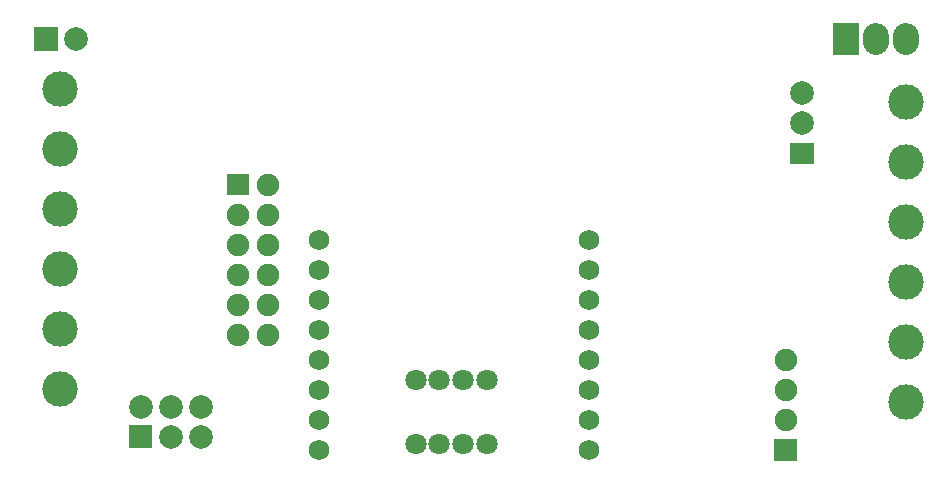
<source format=gbs>
G04 Layer: BottomSolderMaskLayer*
G04 EasyEDA v6.4.7, 2020-12-07T12:31:00+11:00*
G04 abd5dd9122e84a36b54d064553817704,febe97c2bcdd4f57a3b586bf34626918,10*
G04 Gerber Generator version 0.2*
G04 Scale: 100 percent, Rotated: No, Reflected: No *
G04 Dimensions in millimeters *
G04 leading zeros omitted , absolute positions ,3 integer and 3 decimal *
%FSLAX33Y33*%
%MOMM*%
G90*
D02*

%ADD49C,2.203196*%
%ADD50C,1.727200*%
%ADD54C,1.903197*%
%ADD55C,2.003196*%
%ADD57C,1.803197*%
%ADD58C,3.003296*%

%LPD*%
G54D49*
G01X75946Y37080D02*
G01X75946Y36580D01*
G01X78486Y37080D02*
G01X78486Y36580D01*
G54D50*
G01X28829Y2032D03*
G01X28829Y4572D03*
G01X28829Y7112D03*
G01X28829Y9652D03*
G01X28829Y12192D03*
G01X28829Y14732D03*
G01X28829Y17272D03*
G01X28829Y19812D03*
G01X51689Y2032D03*
G01X51689Y4572D03*
G01X51689Y7112D03*
G01X51689Y9652D03*
G01X51689Y12192D03*
G01X51689Y14732D03*
G01X51689Y17272D03*
G01X51689Y19812D03*
G36*
G01X67373Y1079D02*
G01X67373Y2984D01*
G01X69278Y2984D01*
G01X69278Y1079D01*
G01X67373Y1079D01*
G37*
G54D54*
G01X68326Y4572D03*
G01X68326Y7112D03*
G01X68326Y9652D03*
G54D55*
G01X18796Y5715D03*
G01X18796Y3175D03*
G01X16256Y5715D03*
G01X16256Y3175D03*
G01X13716Y5715D03*
G36*
G01X12715Y2174D02*
G01X12715Y4175D01*
G01X14716Y4175D01*
G01X14716Y2174D01*
G01X12715Y2174D01*
G37*
G54D57*
G01X37005Y2540D03*
G01X39005Y2540D03*
G01X41004Y2540D03*
G01X43004Y2540D03*
G01X37005Y8001D03*
G01X39005Y8001D03*
G01X41004Y8001D03*
G01X43004Y8001D03*
G54D58*
G01X6859Y7240D03*
G01X6859Y12320D03*
G01X6857Y17398D03*
G01X6859Y22480D03*
G01X6859Y27560D03*
G01X6856Y32637D03*
G01X78484Y31494D03*
G01X78484Y26414D03*
G01X78486Y21336D03*
G01X78484Y16254D03*
G01X78484Y11174D03*
G01X78487Y6097D03*
G54D54*
G01X24511Y11811D03*
G01X21971Y11811D03*
G01X24511Y14351D03*
G01X21971Y14351D03*
G01X24511Y16891D03*
G01X21971Y16891D03*
G01X24511Y19431D03*
G01X21971Y19431D03*
G01X24511Y21971D03*
G01X21971Y21971D03*
G01X24511Y24511D03*
G36*
G01X21018Y23622D02*
G01X21018Y25400D01*
G01X22923Y25400D01*
G01X22923Y23622D01*
G01X21018Y23622D01*
G37*
G54D55*
G01X69723Y32258D03*
G01X69723Y29718D03*
G36*
G01X68722Y26289D02*
G01X68722Y28067D01*
G01X70723Y28067D01*
G01X70723Y26289D01*
G01X68722Y26289D01*
G37*
G36*
G01X72303Y35478D02*
G01X72303Y38181D01*
G01X74508Y38181D01*
G01X74508Y35478D01*
G01X72303Y35478D01*
G37*
G01X8255Y36830D03*
G36*
G01X4714Y35829D02*
G01X4714Y37830D01*
G01X6715Y37830D01*
G01X6715Y35829D01*
G01X4714Y35829D01*
G37*
M00*
M02*

</source>
